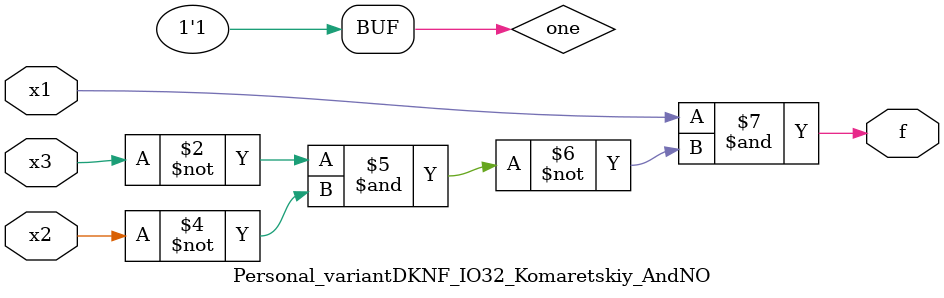
<source format=v>
module Personal_variantDKNF_IO32_Komaretskiy_AndNO(x1,x2,x3,f);
  input x1,x2,x3;
  wire one;
  assign one = 1'b1;


  assign f = ~(one & ~(((x1)& ~(~(one & x3) & ~(one & x2)))));
  
  output f;

endmodule
</source>
